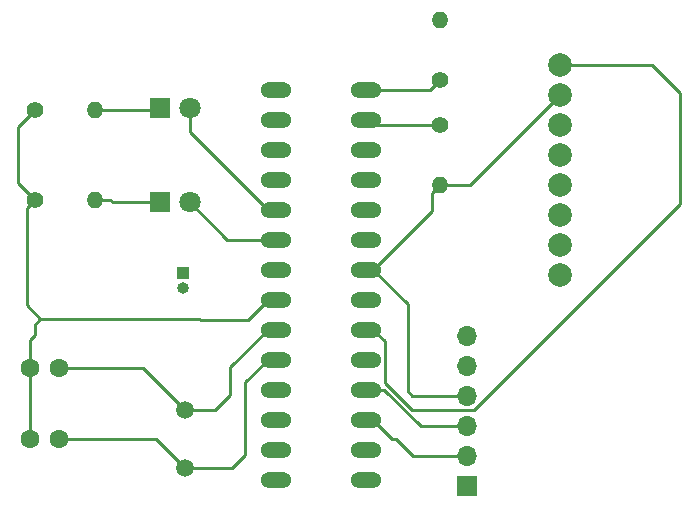
<source format=gbr>
G04 #@! TF.GenerationSoftware,KiCad,Pcbnew,(5.1.2)-1*
G04 #@! TF.CreationDate,2019-05-13T18:55:33+02:00*
G04 #@! TF.ProjectId,Dispositivo_Resp,44697370-6f73-4697-9469-766f5f526573,rev?*
G04 #@! TF.SameCoordinates,Original*
G04 #@! TF.FileFunction,Copper,L1,Top*
G04 #@! TF.FilePolarity,Positive*
%FSLAX46Y46*%
G04 Gerber Fmt 4.6, Leading zero omitted, Abs format (unit mm)*
G04 Created by KiCad (PCBNEW (5.1.2)-1) date 2019-05-13 18:55:33*
%MOMM*%
%LPD*%
G04 APERTURE LIST*
%ADD10C,1.800000*%
%ADD11R,1.800000X1.800000*%
%ADD12C,1.600000*%
%ADD13O,1.400000X1.400000*%
%ADD14C,1.400000*%
%ADD15R,1.700000X1.700000*%
%ADD16O,1.700000X1.700000*%
%ADD17O,1.000000X1.000000*%
%ADD18R,1.000000X1.000000*%
%ADD19O,2.641600X1.320800*%
%ADD20C,2.000000*%
%ADD21C,1.500000*%
%ADD22C,0.250000*%
G04 APERTURE END LIST*
D10*
X151540000Y-98000000D03*
D11*
X149000000Y-98000000D03*
D10*
X151540000Y-90000000D03*
D11*
X149000000Y-90000000D03*
D12*
X140500000Y-118000000D03*
X138000000Y-118000000D03*
X140500000Y-112000000D03*
X138000000Y-112000000D03*
D13*
X143510000Y-97790000D03*
D14*
X138430000Y-97790000D03*
D13*
X143510000Y-90170000D03*
D14*
X138430000Y-90170000D03*
D13*
X172720000Y-96520000D03*
D14*
X172720000Y-91440000D03*
D13*
X172720000Y-82550000D03*
D14*
X172720000Y-87630000D03*
D15*
X175000000Y-122000000D03*
D16*
X175000000Y-119460000D03*
X175000000Y-116920000D03*
X175000000Y-114380000D03*
X175000000Y-111840000D03*
X175000000Y-109300000D03*
D17*
X151000000Y-105270000D03*
D18*
X151000000Y-104000000D03*
D19*
X158800800Y-88455501D03*
X158800800Y-90995501D03*
X158800800Y-93535501D03*
X158800800Y-96075501D03*
X158800800Y-98615501D03*
X158800800Y-101155501D03*
X158800800Y-103695501D03*
X158800800Y-106235501D03*
X158800800Y-108775501D03*
X158800800Y-111315501D03*
X158800800Y-113855501D03*
X158800800Y-116395501D03*
X158800800Y-118935501D03*
X158800800Y-121475501D03*
X166420800Y-121475501D03*
X166420800Y-118935501D03*
X166420800Y-116395501D03*
X166420800Y-113855501D03*
X166420800Y-111315501D03*
X166420800Y-108775501D03*
X166420800Y-106235501D03*
X166420800Y-103695501D03*
X166420800Y-101155501D03*
X166420800Y-98615501D03*
X166420800Y-96075501D03*
X166420800Y-93535501D03*
X166420800Y-90995501D03*
X166420800Y-88455501D03*
D20*
X182880000Y-86360000D03*
X182880000Y-88900000D03*
X182880000Y-91440000D03*
X182880000Y-93980000D03*
X182880000Y-96520000D03*
X182880000Y-99060000D03*
X182880000Y-101600000D03*
X182880000Y-104140000D03*
D21*
X151130000Y-115570000D03*
X151130000Y-120470000D03*
D22*
X167081200Y-108775501D02*
X166420800Y-108775501D01*
X168066610Y-109760911D02*
X167081200Y-108775501D01*
X170351411Y-115555001D02*
X168066610Y-113270200D01*
X175564001Y-115555001D02*
X170351411Y-115555001D01*
X193000000Y-98119002D02*
X175564001Y-115555001D01*
X193000000Y-88720000D02*
X193000000Y-98119002D01*
X168066610Y-113270200D02*
X168066610Y-109760911D01*
X190640000Y-86360000D02*
X193000000Y-88720000D01*
X182880000Y-86360000D02*
X190640000Y-86360000D01*
X158140400Y-106235501D02*
X158800800Y-106235501D01*
X156425901Y-107950000D02*
X158140400Y-106235501D01*
X152420000Y-107950000D02*
X156425901Y-107950000D01*
X152380000Y-107910000D02*
X152420000Y-107950000D01*
X151130000Y-107910000D02*
X152380000Y-107910000D01*
X149880000Y-107910000D02*
X151130000Y-107910000D01*
X138890000Y-107910000D02*
X149880000Y-107910000D01*
X138430000Y-108370000D02*
X138890000Y-107910000D01*
X138430000Y-109220000D02*
X138430000Y-108370000D01*
X175260000Y-96520000D02*
X172720000Y-96520000D01*
X182880000Y-88900000D02*
X175260000Y-96520000D01*
X172020001Y-98756700D02*
X167081200Y-103695501D01*
X172020001Y-97219999D02*
X172020001Y-98756700D01*
X172720000Y-96520000D02*
X172020001Y-97219999D01*
X175000000Y-114380000D02*
X170380000Y-114380000D01*
X170380000Y-114380000D02*
X170000000Y-114000000D01*
X167081200Y-103695501D02*
X166420800Y-103695501D01*
X170000000Y-106614301D02*
X167081200Y-103695501D01*
X170000000Y-114000000D02*
X170000000Y-106614301D01*
X173000000Y-96240000D02*
X172720000Y-96520000D01*
X138000000Y-118000000D02*
X138000000Y-112000000D01*
X138000000Y-109650000D02*
X138430000Y-109220000D01*
X138000000Y-112000000D02*
X138000000Y-109650000D01*
X137730001Y-98489999D02*
X137730001Y-106730001D01*
X138430000Y-97790000D02*
X137730001Y-98489999D01*
X138890000Y-107890000D02*
X138890000Y-107910000D01*
X137730001Y-106730001D02*
X138890000Y-107890000D01*
X138430000Y-97790000D02*
X137000000Y-96360000D01*
X137000000Y-91600000D02*
X138430000Y-90170000D01*
X137000000Y-96360000D02*
X137000000Y-91600000D01*
X151130000Y-115570000D02*
X153670000Y-115570000D01*
X153670000Y-115570000D02*
X154940000Y-114300000D01*
X158140400Y-108775501D02*
X158800800Y-108775501D01*
X154940000Y-111975901D02*
X158140400Y-108775501D01*
X154940000Y-114300000D02*
X154940000Y-111975901D01*
X147560000Y-112000000D02*
X140500000Y-112000000D01*
X151130000Y-115570000D02*
X147560000Y-112000000D01*
X151130000Y-120470000D02*
X155120000Y-120470000D01*
X155120000Y-120470000D02*
X156210000Y-119380000D01*
X158140400Y-111315501D02*
X158800800Y-111315501D01*
X156210000Y-113245901D02*
X158140400Y-111315501D01*
X156210000Y-119380000D02*
X156210000Y-113245901D01*
X150950000Y-120650000D02*
X151130000Y-120470000D01*
X148660000Y-118000000D02*
X140500000Y-118000000D01*
X151130000Y-120470000D02*
X148660000Y-118000000D01*
X148830000Y-90170000D02*
X149000000Y-90000000D01*
X143510000Y-90170000D02*
X148830000Y-90170000D01*
X158140400Y-98615501D02*
X158800800Y-98615501D01*
X151540000Y-90000000D02*
X151540000Y-92015101D01*
X151540000Y-92015101D02*
X158140400Y-98615501D01*
X158140400Y-101155501D02*
X158800800Y-101155501D01*
X154695501Y-101155501D02*
X158800800Y-101155501D01*
X151540000Y-98000000D02*
X154695501Y-101155501D01*
X148790000Y-97790000D02*
X149000000Y-98000000D01*
X143510000Y-97790000D02*
X144790000Y-97790000D01*
X145000000Y-98000000D02*
X149000000Y-98000000D01*
X144790000Y-97790000D02*
X145000000Y-98000000D01*
X175000000Y-119460000D02*
X170460000Y-119460000D01*
X170460000Y-119460000D02*
X169000000Y-118000000D01*
X167081200Y-116395501D02*
X166420800Y-116395501D01*
X168685699Y-118000000D02*
X167081200Y-116395501D01*
X169000000Y-118000000D02*
X168685699Y-118000000D01*
X168015501Y-113855501D02*
X166420800Y-113855501D01*
X175000000Y-116920000D02*
X171080000Y-116920000D01*
X171080000Y-116920000D02*
X168015501Y-113855501D01*
X171894499Y-88455501D02*
X172720000Y-87630000D01*
X166420800Y-88455501D02*
X171894499Y-88455501D01*
X166865299Y-91440000D02*
X166420800Y-90995501D01*
X172720000Y-91440000D02*
X166865299Y-91440000D01*
M02*

</source>
